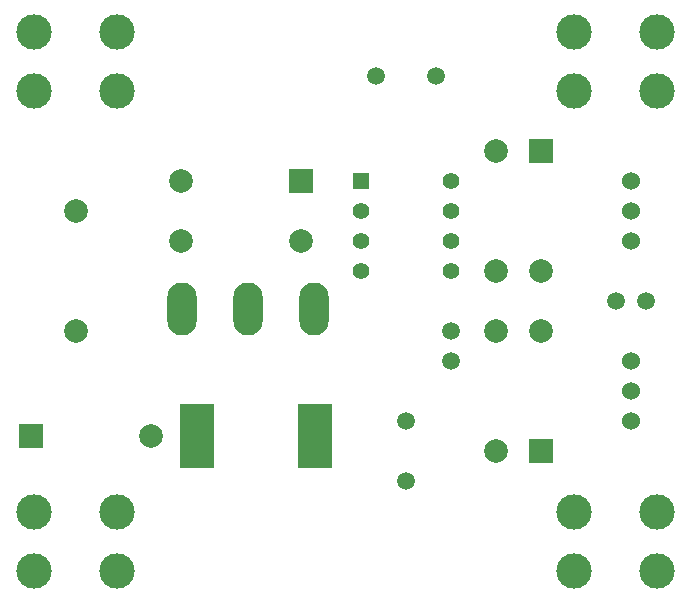
<source format=gbr>
G04 #@! TF.FileFunction,Soldermask,Top*
%FSLAX46Y46*%
G04 Gerber Fmt 4.6, Leading zero omitted, Abs format (unit mm)*
G04 Created by KiCad (PCBNEW 0.201502181246+5430~21~ubuntu14.04.1-product) date Sat 28 Feb 2015 06:36:47 PM PST*
%MOMM*%
G01*
G04 APERTURE LIST*
%ADD10C,0.100000*%
%ADD11C,1.501140*%
%ADD12C,1.998980*%
%ADD13R,1.998980X1.998980*%
%ADD14R,2.900680X5.400040*%
%ADD15R,1.397000X1.397000*%
%ADD16C,1.397000*%
%ADD17C,3.000000*%
%ADD18C,1.524000*%
%ADD19O,2.499360X4.500880*%
G04 APERTURE END LIST*
D10*
D11*
X113030000Y-59690000D03*
X118110000Y-59690000D03*
X133350000Y-78740000D03*
X135890000Y-78740000D03*
X115570000Y-88900000D03*
X115570000Y-93980000D03*
X119380000Y-81280000D03*
X119380000Y-83820000D03*
D12*
X127000000Y-76200000D03*
D13*
X127000000Y-66040000D03*
D12*
X127000000Y-81280000D03*
D13*
X127000000Y-91440000D03*
D12*
X96520000Y-68580000D03*
D13*
X106680000Y-68580000D03*
D12*
X93980000Y-90170000D03*
D13*
X83820000Y-90170000D03*
D14*
X107871260Y-90170000D03*
X97868740Y-90170000D03*
D12*
X123190000Y-66040000D03*
X123190000Y-76200000D03*
X123190000Y-81280000D03*
X123190000Y-91440000D03*
X96520000Y-73660000D03*
X106680000Y-73660000D03*
D15*
X111760000Y-68580000D03*
D16*
X111760000Y-71120000D03*
X111760000Y-73660000D03*
X111760000Y-76200000D03*
X119380000Y-76200000D03*
X119380000Y-73660000D03*
X119380000Y-71120000D03*
X119380000Y-68580000D03*
D12*
X87630000Y-81280000D03*
X87630000Y-71120000D03*
D17*
X136855000Y-96560000D03*
X136855000Y-101560000D03*
X129845000Y-101560000D03*
X129845000Y-96560000D03*
X136855000Y-55920000D03*
X136855000Y-60920000D03*
X129845000Y-60920000D03*
X129845000Y-55920000D03*
X91135000Y-96560000D03*
X91135000Y-101560000D03*
X84125000Y-101560000D03*
X84125000Y-96560000D03*
X91135000Y-55920000D03*
X91135000Y-60920000D03*
X84125000Y-60920000D03*
X84125000Y-55920000D03*
D18*
X134620000Y-73660000D03*
X134620000Y-71120000D03*
X134620000Y-68580000D03*
X134620000Y-88900000D03*
X134620000Y-86360000D03*
X134620000Y-83820000D03*
D19*
X102235000Y-79375000D03*
X96647000Y-79375000D03*
X107823000Y-79375000D03*
M02*

</source>
